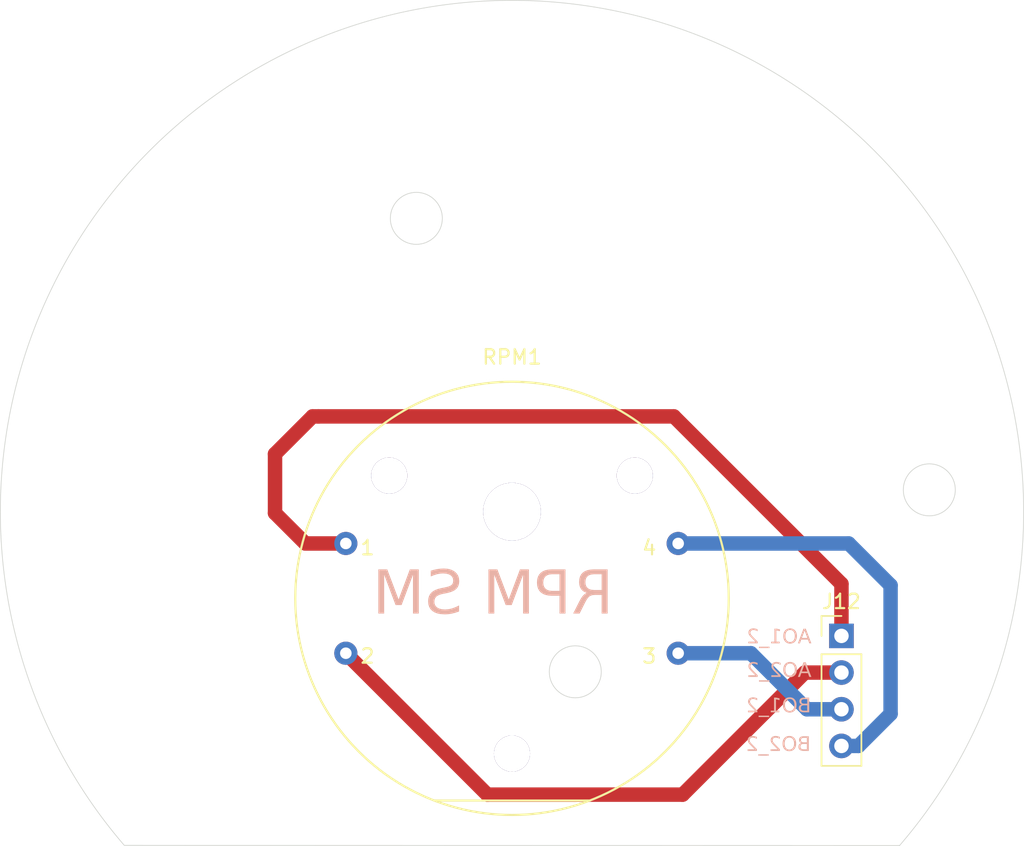
<source format=kicad_pcb>
(kicad_pcb (version 20241229) (generator "pcbnew") (generator_version "9.0")
  (layers (0 "F.Cu" signal) (2 "B.Cu" signal) (13 "F.Paste" user) (15 "B.Paste" user) (5 "F.SilkS" user "F.Silkscreen") (7 "B.SilkS" user "B.Silkscreen") (1 "F.Mask" user) (3 "B.Mask" user) (25 "Edge.Cuts" user))
  (net 0 "")
  (net 1 "AO1_2")
  (net 2 "AO2_2")
  (net 3 "BO2_2")
  (net 4 "BO1_2")
  (footprint "footprints:X27-168__V2" (layer "F.Cu") (at 558.07044 52.338242)
    (property "Reference" "RPM1" (at 0 -16.707928 0) (layer "F.SilkS"))
    (property "Value" "SM")
    (fp_line (start -5.4 14) (end 5.4 14) (stroke (width 0.15)) (layer "F.SilkS"))
    (fp_circle (center 0 -6) (end 0.8 -6) (stroke (width 0.15)) (fill no) (layer "F.SilkS"))
    (fp_circle (center 0 0) (end 15 0) (stroke (width 0.15)) (fill no) (layer "F.SilkS"))
    (fp_text user "4" (at 9.5 -3.5 0) (layer "F.SilkS"))
    (fp_text user "3" (at 9.5 4 0) (layer "F.SilkS"))
    (fp_text user "1" (at -10 -3.5 0) (layer "F.SilkS"))
    (fp_text user "2" (at -10 4 0) (layer "F.SilkS"))
    (pad "" thru_hole circle (at -8.5 -8.5) (size 2.5 2.5) (drill 2.5) (layers "*.Cu" "*.Mask"))
    (pad "" thru_hole circle (at 0 -6) (size 4 4) (drill 4) (layers "*.Cu" "*.Mask"))
    (pad "" thru_hole circle (at 0 10.75) (size 2.5 2.5) (drill 2.5) (layers "*.Cu" "*.Mask"))
    (pad "" thru_hole circle (at 8.5 -8.5) (size 2.5 2.5) (drill 2.5) (layers "*.Cu" "*.Mask"))
    (pad "1" thru_hole circle (at -11.5 -3.8) (size 1.6 1.6) (drill 0.8) (layers "*.Cu" "*.Mask") (net 1 "AO1_2"))
    (pad "2" thru_hole circle (at -11.5 3.8) (size 1.6 1.6) (drill 0.8) (layers "*.Cu" "*.Mask") (net 2 "AO2_2"))
    (pad "3" thru_hole circle (at 11.5 3.8) (size 1.6 1.6) (drill 0.8) (layers "*.Cu" "*.Mask") (net 4 "BO1_2"))
    (pad "4" thru_hole circle (at 11.5 -3.8) (size 1.6 1.6) (drill 0.8) (layers "*.Cu" "*.Mask") (net 3 "BO2_2"))
  )
  (footprint "Connector_PinHeader_2.54mm:PinHeader_1x04_P2.54mm_Vertical" (layer "F.Cu") (at 580.8704 54.938242)
    (property "Reference" "J12" (at 0 -2.38 0) (layer "F.SilkS"))
    (property "Value" "RPM")
    (fp_line (start -1.38 -1.38) (end 0 -1.38) (stroke (width 0.12)) (layer "F.SilkS"))
    (fp_line (start -1.38 0) (end -1.38 -1.38) (stroke (width 0.12)) (layer "F.SilkS"))
    (fp_line (start -1.38 1.27) (end -1.38 9) (stroke (width 0.12)) (layer "F.SilkS"))
    (fp_line (start -1.38 1.27) (end 1.38 1.27) (stroke (width 0.12)) (layer "F.SilkS"))
    (fp_line (start -1.38 9) (end 1.38 9) (stroke (width 0.12)) (layer "F.SilkS"))
    (fp_line (start 1.38 1.27) (end 1.38 9) (stroke (width 0.12)) (layer "F.SilkS"))
    (pad "1" thru_hole rect (at 0 0) (size 1.7 1.7) (drill 1) (layers "*.Cu" "*.Mask") (net 1 "AO1_2"))
    (pad "2" thru_hole circle (at 0 2.54) (size 1.7 1.7) (drill 1) (layers "*.Cu" "*.Mask") (net 2 "AO2_2"))
    (pad "3" thru_hole circle (at 0 5.08) (size 1.7 1.7) (drill 1) (layers "*.Cu" "*.Mask") (net 4 "BO1_2"))
    (pad "4" thru_hole circle (at 0 7.62) (size 1.7 1.7) (drill 1) (layers "*.Cu" "*.Mask") (net 3 "BO2_2"))
  )
  (gr_circle (center 586.95 44.825) (end 585.15 44.825) (stroke (width 0.05)) (fill no) (layer "Edge.Cuts"))
  (gr_arc (start 531.235468 69.438494) (mid 558.08154 10.93009) (end 584.890924 69.455314) (stroke (width 0.05)) (layer "Edge.Cuts"))
  (gr_line (start 584.890924 69.455314) (end 531.23806 69.441503) (stroke (width 0.05)) (layer "Edge.Cuts"))
  (gr_circle (center 562.45 57.425) (end 560.65 57.425) (stroke (width 0.05)) (fill no) (layer "Edge.Cuts"))
  (gr_circle (center 551.45 26.025) (end 549.65 26.025) (stroke (width 0.05)) (fill no) (layer "Edge.Cuts"))
  (gr_text "RPM SM" (at 565.1 53.9 0) (layer "B.SilkS") (effects (font (size 3 3) (thickness 0.1)) (justify left bottom mirror)))
  (gr_text "AO1_2" (at 578.8 55.625 0) (layer "B.SilkS") (effects (font (size 1 1) (thickness 0.1)) (justify left bottom mirror)))
  (gr_text "BO2_2" (at 578.75 63.075 0) (layer "B.SilkS") (effects (font (size 1 1) (thickness 0.1)) (justify left bottom mirror)))
  (gr_text "AO2_2" (at 578.8 57.95 0) (layer "B.SilkS") (effects (font (size 1 1) (thickness 0.1)) (justify left bottom mirror)))
  (gr_text "BO1_2" (at 578.775 60.4 0) (layer "B.SilkS") (effects (font (size 1 1) (thickness 0.1)) (justify left bottom mirror)))
  (segment (start 541.6704 42.338242) (end 544.2704 39.738242) (width 1) (layer "F.Cu") (net 1))
  (segment (start 541.6704 46.438242) (end 541.6704 42.338242) (width 1) (layer "F.Cu") (net 1))
  (segment (start 543.7704 48.538242) (end 541.6704 46.438242) (width 1) (layer "F.Cu") (net 1))
  (segment (start 546.57044 48.538242) (end 543.7704 48.538242) (width 1) (layer "F.Cu") (net 1))
  (segment (start 569.2704 39.738242) (end 580.87044 51.338282) (width 1) (layer "F.Cu") (net 1))
  (segment (start 544.2704 39.738242) (end 544.6704 39.738242) (width 1) (layer "F.Cu") (net 1))
  (segment (start 544.6704 39.738242) (end 569.2704 39.738242) (width 1) (layer "F.Cu") (net 1))
  (segment (start 580.87044 51.338282) (end 580.87044 54.938242) (width 1) (layer "F.Cu") (net 1))
  (segment (start 556.362512 65.930314) (end 546.57044 56.138242) (width 1) (layer "F.Cu") (net 2))
  (segment (start 578.3304 57.478242) (end 569.878328 65.930314) (width 1) (layer "F.Cu") (net 2))
  (segment (start 580.8704 57.478242) (end 578.3304 57.478242) (width 1) (layer "F.Cu") (net 2))
  (segment (start 569.878328 65.930314) (end 556.362512 65.930314) (width 1) (layer "F.Cu") (net 2))
  (segment (start 584.2704 51.438242) (end 581.3704 48.538242) (width 1) (layer "B.Cu") (net 3))
  (segment (start 581.3704 48.538242) (end 569.57044 48.538242) (width 1) (layer "B.Cu") (net 3))
  (segment (start 584.2704 60.338242) (end 584.2704 51.438242) (width 1) (layer "B.Cu") (net 3))
  (segment (start 580.8704 62.558242) (end 582.0504 62.558242) (width 1) (layer "B.Cu") (net 3))
  (segment (start 582.0504 62.558242) (end 584.2704 60.338242) (width 1) (layer "B.Cu") (net 3))
  (segment (start 578.478852 60.018242) (end 574.598852 56.138242) (width 1) (layer "B.Cu") (net 4))
  (segment (start 574.598852 56.138242) (end 569.57044 56.138242) (width 1) (layer "B.Cu") (net 4))
  (segment (start 580.8704 60.018242) (end 578.478852 60.018242) (width 1) (layer "B.Cu") (net 4))
)
</source>
